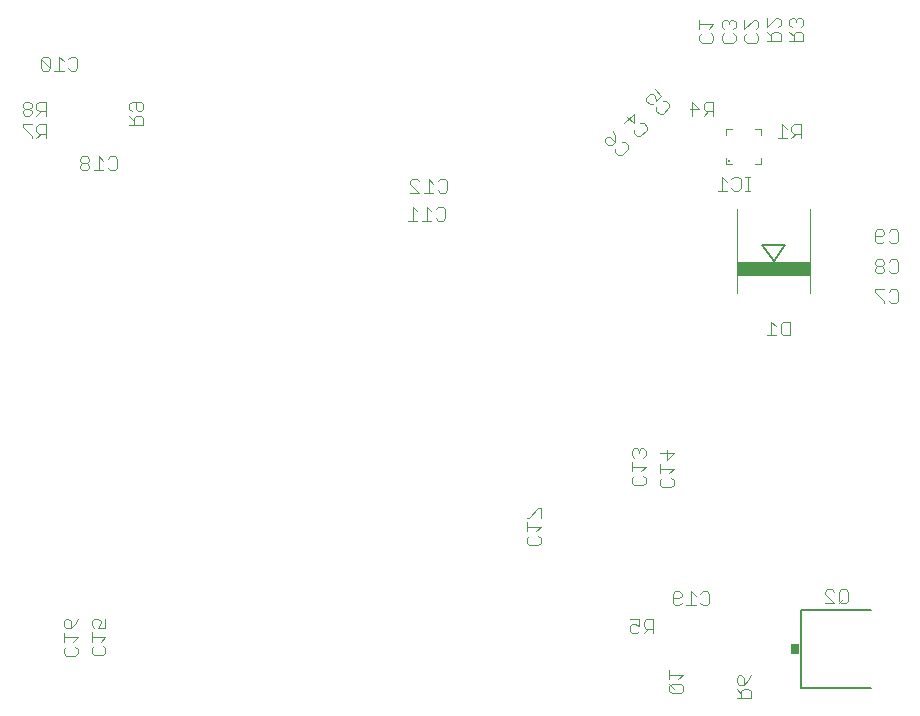
<source format=gbo>
G75*
%MOIN*%
%OFA0B0*%
%FSLAX24Y24*%
%IPPOS*%
%LPD*%
%AMOC8*
5,1,8,0,0,1.08239X$1,22.5*
%
%ADD10C,0.0040*%
%ADD11C,0.0120*%
%ADD12C,0.0080*%
%ADD13R,0.2441X0.0492*%
%ADD14R,0.0300X0.0340*%
D10*
X003064Y005662D02*
X002987Y005739D01*
X002987Y005892D01*
X003064Y005969D01*
X002987Y006122D02*
X002987Y006429D01*
X002987Y006276D02*
X003447Y006276D01*
X003294Y006122D01*
X003371Y005969D02*
X003447Y005892D01*
X003447Y005739D01*
X003371Y005662D01*
X003064Y005662D01*
X003914Y005753D02*
X003914Y005906D01*
X003991Y005983D01*
X003914Y006136D02*
X003914Y006443D01*
X003914Y006290D02*
X004374Y006290D01*
X004221Y006136D01*
X004298Y005983D02*
X004374Y005906D01*
X004374Y005753D01*
X004298Y005676D01*
X003991Y005676D01*
X003914Y005753D01*
X003991Y006597D02*
X003914Y006673D01*
X003914Y006827D01*
X003991Y006904D01*
X004144Y006904D01*
X004221Y006827D01*
X004221Y006750D01*
X004144Y006597D01*
X004374Y006597D01*
X004374Y006904D01*
X003447Y006890D02*
X003371Y006736D01*
X003217Y006583D01*
X003217Y006813D01*
X003140Y006890D01*
X003064Y006890D01*
X002987Y006813D01*
X002987Y006660D01*
X003064Y006583D01*
X003217Y006583D01*
X014467Y020169D02*
X014774Y020169D01*
X014621Y020169D02*
X014621Y020630D01*
X014774Y020476D01*
X014928Y020169D02*
X015235Y020169D01*
X015081Y020169D02*
X015081Y020630D01*
X015235Y020476D01*
X015388Y020553D02*
X015465Y020630D01*
X015618Y020630D01*
X015695Y020553D01*
X015695Y020246D01*
X015618Y020169D01*
X015465Y020169D01*
X015388Y020246D01*
X015300Y021096D02*
X014993Y021096D01*
X015146Y021096D02*
X015146Y021557D01*
X015300Y021403D01*
X015453Y021480D02*
X015530Y021557D01*
X015683Y021557D01*
X015760Y021480D01*
X015760Y021173D01*
X015683Y021096D01*
X015530Y021096D01*
X015453Y021173D01*
X014839Y021096D02*
X014532Y021403D01*
X014532Y021480D01*
X014609Y021557D01*
X014762Y021557D01*
X014839Y021480D01*
X014839Y021096D02*
X014532Y021096D01*
X021037Y022785D02*
X021037Y022893D01*
X021091Y022948D01*
X021199Y022948D01*
X021362Y022785D01*
X021254Y022676D01*
X021145Y022676D01*
X021037Y022785D01*
X021362Y022785D02*
X021362Y023002D01*
X021308Y023165D01*
X021662Y023410D02*
X021987Y023735D01*
X021987Y023410D01*
X021770Y023627D01*
X021987Y023193D02*
X021987Y023084D01*
X022096Y022976D01*
X022204Y022976D01*
X022421Y023193D01*
X022421Y023301D01*
X022313Y023410D01*
X022204Y023410D01*
X022737Y023834D02*
X022737Y023943D01*
X022737Y023834D02*
X022846Y023726D01*
X022954Y023726D01*
X023171Y023943D01*
X023171Y024051D01*
X023063Y024160D01*
X022954Y024160D01*
X022900Y024323D02*
X022737Y024160D01*
X022683Y024323D01*
X022629Y024377D01*
X022520Y024377D01*
X022412Y024268D01*
X022412Y024160D01*
X022520Y024051D01*
X022629Y024051D01*
X022900Y024323D02*
X022683Y024540D01*
X023939Y024124D02*
X023939Y023663D01*
X023863Y023894D02*
X024170Y023894D01*
X023939Y024124D01*
X024323Y024047D02*
X024323Y023894D01*
X024400Y023817D01*
X024630Y023817D01*
X024477Y023817D02*
X024323Y023663D01*
X024630Y023663D02*
X024630Y024124D01*
X024400Y024124D01*
X024323Y024047D01*
X025059Y023234D02*
X025256Y023234D01*
X025059Y023234D02*
X025059Y023037D01*
X025059Y022250D02*
X025059Y022053D01*
X025256Y022053D01*
X025321Y021624D02*
X025474Y021624D01*
X025551Y021547D01*
X025551Y021240D01*
X025474Y021163D01*
X025321Y021163D01*
X025244Y021240D01*
X025090Y021163D02*
X024783Y021163D01*
X024937Y021163D02*
X024937Y021624D01*
X025090Y021470D01*
X025244Y021547D02*
X025321Y021624D01*
X025704Y021624D02*
X025858Y021624D01*
X025781Y021624D02*
X025781Y021163D01*
X025858Y021163D02*
X025704Y021163D01*
X025428Y020545D02*
X025428Y017741D01*
X026575Y016801D02*
X026575Y016341D01*
X026422Y016341D02*
X026729Y016341D01*
X026882Y016418D02*
X026882Y016725D01*
X026959Y016801D01*
X027189Y016801D01*
X027189Y016341D01*
X026959Y016341D01*
X026882Y016418D01*
X026729Y016648D02*
X026575Y016801D01*
X027872Y017741D02*
X027872Y020545D01*
X026241Y022053D02*
X026044Y022053D01*
X026241Y022053D02*
X026241Y022250D01*
X026783Y022913D02*
X027090Y022913D01*
X026937Y022913D02*
X026937Y023374D01*
X027090Y023220D01*
X027244Y023144D02*
X027321Y023067D01*
X027551Y023067D01*
X027397Y023067D02*
X027244Y022913D01*
X027244Y023144D02*
X027244Y023297D01*
X027321Y023374D01*
X027551Y023374D01*
X027551Y022913D01*
X026241Y023037D02*
X026241Y023234D01*
X026044Y023234D01*
X026060Y026098D02*
X025753Y026098D01*
X025676Y026175D01*
X025676Y026329D01*
X025753Y026405D01*
X025676Y026559D02*
X025983Y026866D01*
X026060Y026866D01*
X026136Y026789D01*
X026136Y026635D01*
X026060Y026559D01*
X026060Y026405D02*
X026136Y026329D01*
X026136Y026175D01*
X026060Y026098D01*
X026420Y026163D02*
X026880Y026163D01*
X026880Y026394D01*
X026804Y026470D01*
X026650Y026470D01*
X026573Y026394D01*
X026573Y026163D01*
X026573Y026317D02*
X026420Y026470D01*
X026420Y026624D02*
X026727Y026931D01*
X026804Y026931D01*
X026880Y026854D01*
X026880Y026700D01*
X026804Y026624D01*
X027170Y026700D02*
X027170Y026854D01*
X027247Y026931D01*
X027323Y026931D01*
X027400Y026854D01*
X027400Y026777D01*
X027400Y026854D02*
X027477Y026931D01*
X027554Y026931D01*
X027630Y026854D01*
X027630Y026700D01*
X027554Y026624D01*
X027554Y026470D02*
X027400Y026470D01*
X027323Y026394D01*
X027323Y026163D01*
X027170Y026163D02*
X027630Y026163D01*
X027630Y026394D01*
X027554Y026470D01*
X027323Y026317D02*
X027170Y026470D01*
X027247Y026624D02*
X027170Y026700D01*
X026420Y026624D02*
X026420Y026931D01*
X025676Y026866D02*
X025676Y026559D01*
X025386Y026635D02*
X025386Y026789D01*
X025310Y026866D01*
X025233Y026866D01*
X025156Y026789D01*
X025079Y026866D01*
X025003Y026866D01*
X024926Y026789D01*
X024926Y026635D01*
X025003Y026559D01*
X025003Y026405D02*
X024926Y026329D01*
X024926Y026175D01*
X025003Y026098D01*
X025310Y026098D01*
X025386Y026175D01*
X025386Y026329D01*
X025310Y026405D01*
X025310Y026559D02*
X025386Y026635D01*
X025156Y026712D02*
X025156Y026789D01*
X024636Y026712D02*
X024176Y026712D01*
X024176Y026559D02*
X024176Y026866D01*
X024483Y026559D02*
X024636Y026712D01*
X024560Y026405D02*
X024636Y026329D01*
X024636Y026175D01*
X024560Y026098D01*
X024253Y026098D01*
X024176Y026175D01*
X024176Y026329D01*
X024253Y026405D01*
X021688Y022785D02*
X021579Y022785D01*
X021688Y022785D02*
X021796Y022676D01*
X021796Y022568D01*
X021579Y022351D01*
X021471Y022351D01*
X021362Y022459D01*
X021362Y022568D01*
X030033Y019797D02*
X030033Y019490D01*
X030110Y019413D01*
X030264Y019413D01*
X030340Y019490D01*
X030494Y019490D02*
X030571Y019413D01*
X030724Y019413D01*
X030801Y019490D01*
X030801Y019797D01*
X030724Y019874D01*
X030571Y019874D01*
X030494Y019797D01*
X030340Y019797D02*
X030340Y019720D01*
X030264Y019644D01*
X030033Y019644D01*
X030033Y019797D02*
X030110Y019874D01*
X030264Y019874D01*
X030340Y019797D01*
X030264Y018874D02*
X030110Y018874D01*
X030033Y018797D01*
X030033Y018720D01*
X030110Y018644D01*
X030264Y018644D01*
X030340Y018720D01*
X030340Y018797D01*
X030264Y018874D01*
X030264Y018644D02*
X030340Y018567D01*
X030340Y018490D01*
X030264Y018413D01*
X030110Y018413D01*
X030033Y018490D01*
X030033Y018567D01*
X030110Y018644D01*
X030494Y018797D02*
X030571Y018874D01*
X030724Y018874D01*
X030801Y018797D01*
X030801Y018490D01*
X030724Y018413D01*
X030571Y018413D01*
X030494Y018490D01*
X030571Y017874D02*
X030724Y017874D01*
X030801Y017797D01*
X030801Y017490D01*
X030724Y017413D01*
X030571Y017413D01*
X030494Y017490D01*
X030340Y017490D02*
X030340Y017413D01*
X030340Y017490D02*
X030033Y017797D01*
X030033Y017874D01*
X030340Y017874D01*
X030494Y017797D02*
X030571Y017874D01*
X023313Y012434D02*
X023083Y012204D01*
X023083Y012511D01*
X022853Y012434D02*
X023313Y012434D01*
X022853Y012051D02*
X022853Y011744D01*
X022853Y011897D02*
X023313Y011897D01*
X023160Y011744D01*
X023237Y011590D02*
X023313Y011514D01*
X023313Y011360D01*
X023237Y011283D01*
X022930Y011283D01*
X022853Y011360D01*
X022853Y011514D01*
X022930Y011590D01*
X022386Y011579D02*
X022386Y011425D01*
X022310Y011348D01*
X022003Y011348D01*
X021926Y011425D01*
X021926Y011579D01*
X022003Y011655D01*
X021926Y011809D02*
X021926Y012116D01*
X021926Y011962D02*
X022386Y011962D01*
X022233Y011809D01*
X022310Y011655D02*
X022386Y011579D01*
X022310Y012269D02*
X022386Y012346D01*
X022386Y012499D01*
X022310Y012576D01*
X022233Y012576D01*
X022156Y012499D01*
X022079Y012576D01*
X022003Y012576D01*
X021926Y012499D01*
X021926Y012346D01*
X022003Y012269D01*
X022156Y012423D02*
X022156Y012499D01*
X018886Y010576D02*
X018886Y010269D01*
X018886Y009962D02*
X018426Y009962D01*
X018426Y009809D02*
X018426Y010116D01*
X018426Y010269D02*
X018503Y010269D01*
X018810Y010576D01*
X018886Y010576D01*
X018886Y009962D02*
X018733Y009809D01*
X018810Y009655D02*
X018886Y009579D01*
X018886Y009425D01*
X018810Y009348D01*
X018503Y009348D01*
X018426Y009425D01*
X018426Y009579D01*
X018503Y009655D01*
X021863Y006874D02*
X022170Y006874D01*
X022170Y006644D01*
X022016Y006720D01*
X021939Y006720D01*
X021863Y006644D01*
X021863Y006490D01*
X021939Y006413D01*
X022093Y006413D01*
X022170Y006490D01*
X022323Y006413D02*
X022477Y006567D01*
X022400Y006567D02*
X022630Y006567D01*
X022630Y006413D02*
X022630Y006874D01*
X022400Y006874D01*
X022323Y006797D01*
X022323Y006644D01*
X022400Y006567D01*
X023282Y007423D02*
X023282Y007730D01*
X023359Y007807D01*
X023512Y007807D01*
X023589Y007730D01*
X023589Y007653D01*
X023512Y007577D01*
X023282Y007577D01*
X023282Y007423D02*
X023359Y007346D01*
X023512Y007346D01*
X023589Y007423D01*
X023743Y007346D02*
X024050Y007346D01*
X023896Y007346D02*
X023896Y007807D01*
X024050Y007653D01*
X024203Y007730D02*
X024280Y007807D01*
X024433Y007807D01*
X024510Y007730D01*
X024510Y007423D01*
X024433Y007346D01*
X024280Y007346D01*
X024203Y007423D01*
X023170Y005181D02*
X023170Y004874D01*
X023170Y005027D02*
X023630Y005027D01*
X023477Y004874D01*
X023554Y004720D02*
X023247Y004720D01*
X023170Y004644D01*
X023170Y004490D01*
X023247Y004413D01*
X023554Y004413D01*
X023630Y004490D01*
X023630Y004644D01*
X023554Y004720D01*
X023323Y004567D02*
X023170Y004720D01*
X025420Y004780D02*
X025420Y004933D01*
X025497Y005010D01*
X025573Y005010D01*
X025650Y004933D01*
X025650Y004703D01*
X025497Y004703D01*
X025420Y004780D01*
X025420Y004549D02*
X025573Y004396D01*
X025573Y004473D02*
X025573Y004243D01*
X025420Y004243D02*
X025880Y004243D01*
X025880Y004473D01*
X025804Y004549D01*
X025650Y004549D01*
X025573Y004473D01*
X025650Y004703D02*
X025804Y004856D01*
X025880Y005010D01*
X028363Y007413D02*
X028670Y007413D01*
X028363Y007720D01*
X028363Y007797D01*
X028439Y007874D01*
X028593Y007874D01*
X028670Y007797D01*
X028823Y007797D02*
X028823Y007490D01*
X028900Y007413D01*
X029053Y007413D01*
X029130Y007490D01*
X029130Y007797D01*
X029053Y007874D01*
X028900Y007874D01*
X028823Y007797D01*
X028977Y007567D02*
X028823Y007413D01*
X005630Y023348D02*
X005630Y023579D01*
X005554Y023655D01*
X005400Y023655D01*
X005323Y023579D01*
X005323Y023348D01*
X005170Y023348D02*
X005630Y023348D01*
X005323Y023502D02*
X005170Y023655D01*
X005247Y023809D02*
X005170Y023885D01*
X005170Y024039D01*
X005247Y024116D01*
X005554Y024116D01*
X005630Y024039D01*
X005630Y023885D01*
X005554Y023809D01*
X005477Y023809D01*
X005400Y023885D01*
X005400Y024116D01*
X004683Y022307D02*
X004760Y022230D01*
X004760Y021923D01*
X004683Y021846D01*
X004530Y021846D01*
X004453Y021923D01*
X004300Y021846D02*
X003993Y021846D01*
X004146Y021846D02*
X004146Y022307D01*
X004300Y022153D01*
X004453Y022230D02*
X004530Y022307D01*
X004683Y022307D01*
X003839Y022230D02*
X003839Y022153D01*
X003762Y022077D01*
X003609Y022077D01*
X003532Y022000D01*
X003532Y021923D01*
X003609Y021846D01*
X003762Y021846D01*
X003839Y021923D01*
X003839Y022000D01*
X003762Y022077D01*
X003609Y022077D02*
X003532Y022153D01*
X003532Y022230D01*
X003609Y022307D01*
X003762Y022307D01*
X003839Y022230D01*
X002380Y022913D02*
X002380Y023374D01*
X002150Y023374D01*
X002073Y023297D01*
X002073Y023144D01*
X002150Y023067D01*
X002380Y023067D01*
X002227Y023067D02*
X002073Y022913D01*
X001920Y022913D02*
X001920Y022990D01*
X001613Y023297D01*
X001613Y023374D01*
X001920Y023374D01*
X001843Y023663D02*
X001920Y023740D01*
X001920Y023817D01*
X001843Y023894D01*
X001689Y023894D01*
X001613Y023817D01*
X001613Y023740D01*
X001689Y023663D01*
X001843Y023663D01*
X002073Y023663D02*
X002227Y023817D01*
X002150Y023817D02*
X002380Y023817D01*
X002380Y023663D02*
X002380Y024124D01*
X002150Y024124D01*
X002073Y024047D01*
X002073Y023894D01*
X002150Y023817D01*
X001920Y023970D02*
X001920Y024047D01*
X001843Y024124D01*
X001689Y024124D01*
X001613Y024047D01*
X001613Y023970D01*
X001689Y023894D01*
X001843Y023894D02*
X001920Y023970D01*
X002294Y025169D02*
X002447Y025169D01*
X002524Y025246D01*
X002217Y025553D01*
X002217Y025246D01*
X002294Y025169D01*
X002524Y025246D02*
X002524Y025553D01*
X002447Y025630D01*
X002294Y025630D01*
X002217Y025553D01*
X002678Y025169D02*
X002985Y025169D01*
X002831Y025169D02*
X002831Y025630D01*
X002985Y025476D01*
X003138Y025553D02*
X003215Y025630D01*
X003368Y025630D01*
X003445Y025553D01*
X003445Y025246D01*
X003368Y025169D01*
X003215Y025169D01*
X003138Y025246D01*
D11*
X025158Y022151D03*
D12*
X026256Y019357D02*
X027044Y019357D01*
X026650Y018817D01*
X026256Y019357D01*
X027550Y007183D02*
X027550Y004603D01*
X029910Y004603D01*
X029910Y007183D02*
X027550Y007183D01*
D13*
X026650Y018563D03*
D14*
X027360Y005893D03*
M02*

</source>
